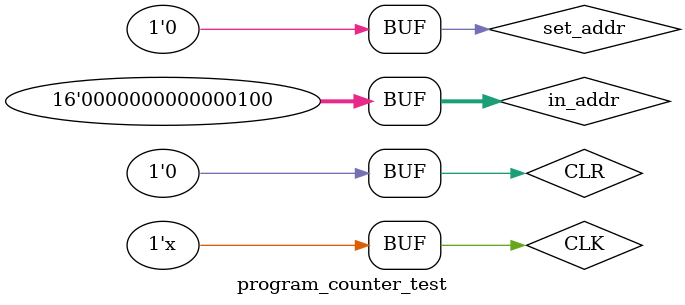
<source format=v>
`timescale 1ns / 1ps


module program_counter_test;

	// Inputs
	reg CLK;
	reg CLR;
	reg set_addr;
	reg [15:0] in_addr;

	// Outputs
	wire [15:0] out_addr;

	// Instantiate the Unit Under Test (UUT)
	program_counter uut (
		.CLK(CLK), 
		.CLR(CLR), 
		.set_addr(set_addr), 
		.in_addr(in_addr), 
		.out_addr(out_addr)
	);

	initial begin
		// Initialize Inputs
		CLK = 0;
		CLR = 0;
		set_addr = 0;
		in_addr = 0;

		// Wait 100 ns for global reset to finish
		#100;
		CLR = 1;
		#3 CLR = 0;
		#20;
		in_addr = 16'b0000000000000100;
		set_addr= 1;
		#2 set_addr =0;
		
		
		
        
		// Add stimulus here

	end
	
	always 
		#1 CLK = ~CLK;
      
endmodule


</source>
